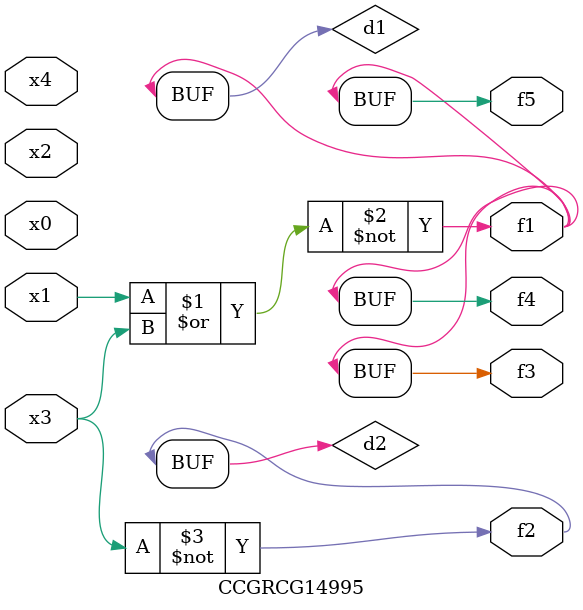
<source format=v>
module CCGRCG14995(
	input x0, x1, x2, x3, x4,
	output f1, f2, f3, f4, f5
);

	wire d1, d2;

	nor (d1, x1, x3);
	not (d2, x3);
	assign f1 = d1;
	assign f2 = d2;
	assign f3 = d1;
	assign f4 = d1;
	assign f5 = d1;
endmodule

</source>
